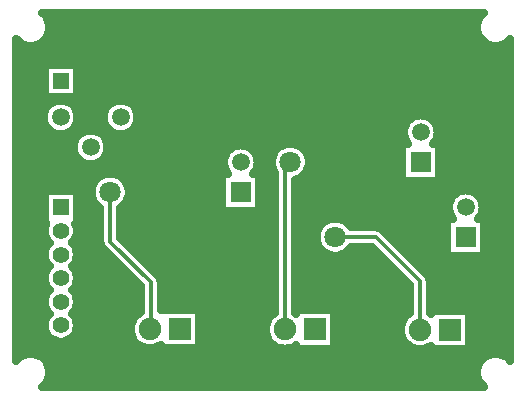
<source format=gbl>
G04 DipTrace 3.2.0.1*
G04 Bottom.gbl*
%MOIN*%
G04 #@! TF.FileFunction,Copper,L2,Bot*
G04 #@! TF.Part,Single*
G04 #@! TA.AperFunction,Conductor*
%ADD14C,0.012992*%
G04 #@! TA.AperFunction,CopperBalancing*
%ADD16C,0.025*%
G04 #@! TA.AperFunction,ComponentPad*
%ADD17R,0.055118X0.055118*%
%ADD18C,0.055118*%
%ADD19R,0.070866X0.070866*%
%ADD20C,0.070866*%
%ADD21R,0.074803X0.074803*%
%ADD22C,0.074803*%
%ADD23C,0.059055*%
%FSLAX26Y26*%
G04*
G70*
G90*
G75*
G01*
G04 Bottom*
%LPD*%
X593701Y571260D2*
D14*
X616142D1*
X643701Y543701D1*
X790530D1*
X1093701D1*
X1241282D1*
X1643701D1*
X1690530Y590530D1*
Y635241D1*
X1241282Y636369D2*
Y543701D1*
X790530Y637121D2*
Y543701D1*
X593701Y1543701D2*
X893701D1*
X1093701Y1343701D1*
Y543701D1*
X758661Y1093701D2*
Y928740D1*
X893701Y793701D1*
Y640291D1*
X890530Y637121D1*
X1358661Y1193701D2*
X1341282D1*
Y636369D1*
X1790530Y635241D2*
Y796871D1*
X1643701Y943701D1*
X1508661D1*
X553517Y1666962D2*
D16*
X1983885D1*
X558038Y1642093D2*
X1979362D1*
X552081Y1617224D2*
X1985319D1*
X448089Y1592356D2*
X456747D1*
X530659D2*
X2006743D1*
X2080676D2*
X2089348D1*
X448089Y1567487D2*
X2089348D1*
X448089Y1542618D2*
X2089348D1*
X448089Y1517749D2*
X537142D1*
X650260D2*
X2089348D1*
X448089Y1492881D2*
X537142D1*
X650260D2*
X2089348D1*
X448089Y1468012D2*
X537142D1*
X650260D2*
X2089348D1*
X448089Y1443143D2*
X537142D1*
X650260D2*
X2089348D1*
X448089Y1418274D2*
X537142D1*
X650260D2*
X2089348D1*
X448089Y1393406D2*
X565346D1*
X622055D2*
X765365D1*
X822038D2*
X2089348D1*
X448089Y1368537D2*
X540980D1*
X646421D2*
X740999D1*
X846403D2*
X2089348D1*
X448089Y1343668D2*
X535168D1*
X652234D2*
X735186D1*
X852217D2*
X1765887D1*
X1821520D2*
X2089348D1*
X448089Y1318799D2*
X541017D1*
X646385D2*
X741035D1*
X846367D2*
X1741127D1*
X1846281D2*
X2089348D1*
X448089Y1293930D2*
X565490D1*
X621912D2*
X666396D1*
X720988D2*
X765472D1*
X821930D2*
X1735171D1*
X1852238D2*
X2089348D1*
X448089Y1269062D2*
X641241D1*
X746143D2*
X1740877D1*
X1846496D2*
X2089348D1*
X448089Y1244193D2*
X635177D1*
X752207D2*
X1166945D1*
X1220461D2*
X1320314D1*
X1397010D2*
X1729286D1*
X1858122D2*
X2089348D1*
X448089Y1219324D2*
X640774D1*
X746646D2*
X1141395D1*
X1246009D2*
X1299787D1*
X1417535D2*
X1729286D1*
X1858122D2*
X2089348D1*
X448089Y1194455D2*
X664495D1*
X722890D2*
X1135188D1*
X1252218D2*
X1294226D1*
X1423098D2*
X1729286D1*
X1858122D2*
X2089348D1*
X448089Y1169587D2*
X1140642D1*
X1246762D2*
X1299142D1*
X1418182D2*
X1729286D1*
X1858122D2*
X2089348D1*
X448089Y1144718D2*
X721047D1*
X796273D2*
X1129266D1*
X1258138D2*
X1305781D1*
X1399055D2*
X1729286D1*
X1858122D2*
X2089348D1*
X448089Y1119849D2*
X700020D1*
X817301D2*
X1129266D1*
X1258138D2*
X1305781D1*
X1376772D2*
X2089348D1*
X448089Y1094980D2*
X537142D1*
X650260D2*
X694243D1*
X823079D2*
X1129266D1*
X1258138D2*
X1305781D1*
X1376772D2*
X1918647D1*
X1968753D2*
X2089348D1*
X448089Y1070112D2*
X537142D1*
X650260D2*
X698907D1*
X818413D2*
X1129266D1*
X1258138D2*
X1305781D1*
X1376772D2*
X1891806D1*
X1995594D2*
X2089348D1*
X448089Y1045243D2*
X537142D1*
X650260D2*
X717602D1*
X799718D2*
X1129266D1*
X1258138D2*
X1305781D1*
X1376772D2*
X1885202D1*
X2002197D2*
X2089348D1*
X448089Y1020374D2*
X537142D1*
X650260D2*
X723165D1*
X794156D2*
X1305781D1*
X1376772D2*
X1890262D1*
X1997138D2*
X2089348D1*
X448089Y995505D2*
X537142D1*
X650260D2*
X723165D1*
X794156D2*
X1305781D1*
X1376772D2*
X1472247D1*
X1545104D2*
X1879282D1*
X2008118D2*
X2089348D1*
X448089Y970636D2*
X537465D1*
X649937D2*
X723165D1*
X794156D2*
X1305781D1*
X1376772D2*
X1450394D1*
X1665244D2*
X1879282D1*
X2008118D2*
X2089348D1*
X448089Y945768D2*
X540657D1*
X646744D2*
X723165D1*
X794156D2*
X1305781D1*
X1376772D2*
X1444257D1*
X1690794D2*
X1879282D1*
X2008118D2*
X2089348D1*
X448089Y920899D2*
X549736D1*
X637665D2*
X724134D1*
X815651D2*
X1305781D1*
X1376772D2*
X1448600D1*
X1715661D2*
X1879282D1*
X2008118D2*
X2089348D1*
X448089Y896030D2*
X538038D1*
X649364D2*
X742219D1*
X840518D2*
X1305781D1*
X1376772D2*
X1466650D1*
X1550702D2*
X1642231D1*
X1740529D2*
X1879282D1*
X2008118D2*
X2089348D1*
X448089Y871161D2*
X539294D1*
X648108D2*
X767087D1*
X865386D2*
X1305781D1*
X1376772D2*
X1667098D1*
X1765398D2*
X2089348D1*
X448089Y846293D2*
X553576D1*
X633825D2*
X791955D1*
X890253D2*
X1305781D1*
X1376772D2*
X1691966D1*
X1790265D2*
X2089348D1*
X448089Y821424D2*
X538971D1*
X648430D2*
X816823D1*
X915122D2*
X1305781D1*
X1376772D2*
X1716833D1*
X1815133D2*
X2089348D1*
X448089Y796555D2*
X538253D1*
X649148D2*
X841690D1*
X929080D2*
X1305781D1*
X1376772D2*
X1741702D1*
X1826005D2*
X2089348D1*
X448089Y771686D2*
X550706D1*
X636696D2*
X858197D1*
X929188D2*
X1305781D1*
X1376772D2*
X1755050D1*
X1826005D2*
X2089348D1*
X448089Y746818D2*
X540264D1*
X647138D2*
X858197D1*
X929188D2*
X1305781D1*
X1376772D2*
X1755050D1*
X1826005D2*
X2089348D1*
X448089Y721949D2*
X537572D1*
X649829D2*
X858197D1*
X929188D2*
X1305781D1*
X1376772D2*
X1755050D1*
X1826005D2*
X2089348D1*
X448089Y697080D2*
X547404D1*
X639997D2*
X858197D1*
X1056936D2*
X1305781D1*
X1507677D2*
X1755050D1*
X1956911D2*
X2089348D1*
X448089Y672211D2*
X541913D1*
X645488D2*
X834621D1*
X1056936D2*
X1285900D1*
X1507677D2*
X1735924D1*
X1956911D2*
X2089348D1*
X448089Y647343D2*
X537213D1*
X650189D2*
X824969D1*
X1056936D2*
X1275853D1*
X1507677D2*
X1725303D1*
X1956911D2*
X2089348D1*
X448089Y622474D2*
X544677D1*
X642724D2*
X825829D1*
X1056936D2*
X1276428D1*
X1507677D2*
X1725411D1*
X1956911D2*
X2089348D1*
X448089Y597605D2*
X577906D1*
X609496D2*
X837815D1*
X1056936D2*
X1287982D1*
X1507677D2*
X1736391D1*
X1956911D2*
X2089348D1*
X448089Y572736D2*
X1333017D1*
X1349571D2*
X1374894D1*
X1507677D2*
X1774787D1*
X1806269D2*
X1824127D1*
X1956911D2*
X2089348D1*
X448089Y547867D2*
X461336D1*
X526029D2*
X2011371D1*
X2076047D2*
X2089348D1*
X550681Y522999D2*
X1986755D1*
X557895Y498130D2*
X1979507D1*
X554558Y473261D2*
X1982844D1*
X538302Y448392D2*
X1999098D1*
X548836Y1519012D2*
X647752D1*
Y1410909D1*
X539650D1*
Y1519012D1*
X548836D1*
X1140962Y1155626D2*
X1152625D1*
X1148379Y1160773D1*
X1143787Y1168269D1*
X1140423Y1176390D1*
X1138371Y1184937D1*
X1137681Y1193701D1*
X1138371Y1202465D1*
X1140423Y1211012D1*
X1143787Y1219133D1*
X1148379Y1226629D1*
X1154089Y1233312D1*
X1160773Y1239022D1*
X1168269Y1243614D1*
X1176390Y1246979D1*
X1184937Y1249030D1*
X1193701Y1249720D1*
X1202465Y1249030D1*
X1211012Y1246979D1*
X1219133Y1243614D1*
X1226629Y1239022D1*
X1233312Y1233312D1*
X1239022Y1226629D1*
X1243614Y1219133D1*
X1246979Y1211012D1*
X1249030Y1202465D1*
X1249720Y1193701D1*
X1249030Y1184937D1*
X1246979Y1176390D1*
X1243614Y1168269D1*
X1239022Y1160773D1*
X1234724Y1155615D1*
X1255626Y1155626D1*
Y1031776D1*
X1131776D1*
Y1155626D1*
X1140962D1*
X820396Y1088843D2*
X818875Y1079244D1*
X815873Y1070003D1*
X811462Y1061345D1*
X805749Y1053483D1*
X798879Y1046613D1*
X791665Y1041333D1*
X791650Y942377D1*
X918785Y815125D1*
X921828Y810937D1*
X924178Y806325D1*
X925778Y801402D1*
X926588Y796289D1*
X926689Y729396D1*
Y701012D1*
X1054424Y701014D1*
Y573227D1*
X926636D1*
Y584387D1*
X919537Y580192D1*
X910274Y576354D1*
X900525Y574013D1*
X890530Y573227D1*
X880535Y574013D1*
X870786Y576354D1*
X861524Y580192D1*
X852974Y585429D1*
X845350Y591941D1*
X838839Y599564D1*
X833601Y608114D1*
X829764Y617377D1*
X827423Y627126D1*
X826636Y637121D1*
X827423Y647115D1*
X829764Y656865D1*
X833601Y666127D1*
X838839Y674677D1*
X845350Y682301D1*
X852974Y688812D1*
X860719Y693600D1*
X860713Y780060D1*
X733577Y907316D1*
X730534Y911504D1*
X728184Y916115D1*
X726584Y921039D1*
X725774Y926152D1*
X725673Y993045D1*
Y1041308D1*
X718444Y1046613D1*
X711573Y1053483D1*
X705861Y1061345D1*
X701450Y1070003D1*
X698448Y1079244D1*
X696927Y1088843D1*
Y1098559D1*
X698448Y1108157D1*
X701450Y1117399D1*
X705861Y1126056D1*
X711573Y1133919D1*
X718444Y1140789D1*
X726306Y1146501D1*
X734963Y1150912D1*
X744205Y1153915D1*
X753803Y1155436D1*
X763520D1*
X773118Y1153915D1*
X782360Y1150912D1*
X791017Y1146501D1*
X798879Y1140789D1*
X805749Y1133919D1*
X811462Y1126056D1*
X815873Y1117399D1*
X818875Y1108157D1*
X820396Y1098559D1*
Y1088843D1*
X1740962Y1255626D2*
X1752625D1*
X1748379Y1260773D1*
X1743787Y1268269D1*
X1740423Y1276390D1*
X1738371Y1284937D1*
X1737681Y1293701D1*
X1738371Y1302465D1*
X1740423Y1311012D1*
X1743787Y1319133D1*
X1748379Y1326629D1*
X1754089Y1333312D1*
X1760773Y1339022D1*
X1768269Y1343614D1*
X1776390Y1346979D1*
X1784937Y1349030D1*
X1793701Y1349720D1*
X1802465Y1349030D1*
X1811012Y1346979D1*
X1819133Y1343614D1*
X1826629Y1339022D1*
X1833312Y1333312D1*
X1839022Y1326629D1*
X1843614Y1319133D1*
X1846979Y1311012D1*
X1849030Y1302465D1*
X1849720Y1293701D1*
X1849030Y1284937D1*
X1846979Y1276390D1*
X1843614Y1268269D1*
X1839022Y1260773D1*
X1834724Y1255615D1*
X1855626Y1255626D1*
Y1131776D1*
X1731776D1*
Y1255626D1*
X1740962D1*
X1420396Y1188843D2*
X1418875Y1179244D1*
X1415873Y1170003D1*
X1411462Y1161345D1*
X1405749Y1153483D1*
X1398879Y1146613D1*
X1391017Y1140900D1*
X1382360Y1136490D1*
X1374269Y1133811D1*
X1374270Y691071D1*
X1377387Y689029D1*
X1377388Y700262D1*
X1505176D1*
Y572475D1*
X1377388D1*
Y583635D1*
X1370289Y579440D1*
X1361026Y575602D1*
X1351277Y573261D1*
X1341282Y572475D1*
X1331287Y573261D1*
X1321538Y575602D1*
X1312276Y579440D1*
X1303726Y584677D1*
X1296102Y591189D1*
X1289591Y598812D1*
X1284353Y607362D1*
X1280516Y616625D1*
X1278175Y626374D1*
X1277388Y636369D1*
X1278175Y646364D1*
X1280516Y656113D1*
X1284353Y665375D1*
X1289591Y673925D1*
X1296102Y681549D1*
X1303726Y688060D1*
X1308291Y691067D1*
X1308294Y1157659D1*
X1303486Y1165588D1*
X1299766Y1174564D1*
X1297499Y1184013D1*
X1296736Y1193701D1*
X1297499Y1203388D1*
X1299766Y1212837D1*
X1303486Y1221814D1*
X1308563Y1230100D1*
X1314874Y1237488D1*
X1322262Y1243799D1*
X1330549Y1248877D1*
X1339525Y1252596D1*
X1348974Y1254864D1*
X1358661Y1255626D1*
X1368349Y1254864D1*
X1377798Y1252596D1*
X1386774Y1248877D1*
X1395060Y1243799D1*
X1402449Y1237488D1*
X1408760Y1230100D1*
X1413837Y1221814D1*
X1417556Y1212837D1*
X1419824Y1203388D1*
X1420587Y1193701D1*
X1420396Y1188843D1*
X1890962Y1005626D2*
X1902625D1*
X1898379Y1010773D1*
X1893787Y1018269D1*
X1890423Y1026390D1*
X1888371Y1034937D1*
X1887681Y1043701D1*
X1888371Y1052465D1*
X1890423Y1061012D1*
X1893787Y1069133D1*
X1898379Y1076629D1*
X1904089Y1083312D1*
X1910773Y1089022D1*
X1918269Y1093614D1*
X1926390Y1096979D1*
X1934937Y1099030D1*
X1943701Y1099720D1*
X1952465Y1099030D1*
X1961012Y1096979D1*
X1969133Y1093614D1*
X1976629Y1089022D1*
X1983312Y1083312D1*
X1989022Y1076629D1*
X1993614Y1069133D1*
X1996979Y1061012D1*
X1999030Y1052465D1*
X1999720Y1043701D1*
X1999030Y1034937D1*
X1996979Y1026390D1*
X1993614Y1018269D1*
X1989022Y1010773D1*
X1984724Y1005615D1*
X2005626Y1005626D1*
Y881776D1*
X1881776D1*
Y1005626D1*
X1890962D1*
X1561029Y910697D2*
X1555749Y903483D1*
X1548879Y896613D1*
X1541017Y890900D1*
X1532360Y886490D1*
X1523118Y883487D1*
X1513520Y881966D1*
X1503803D1*
X1494205Y883487D1*
X1484963Y886490D1*
X1476306Y890900D1*
X1468444Y896613D1*
X1461573Y903483D1*
X1455861Y911345D1*
X1451450Y920003D1*
X1448448Y929244D1*
X1446927Y938843D1*
Y948559D1*
X1448448Y958157D1*
X1451450Y967399D1*
X1455861Y976056D1*
X1461573Y983919D1*
X1468444Y990789D1*
X1476306Y996501D1*
X1484963Y1000912D1*
X1494205Y1003915D1*
X1503803Y1005436D1*
X1513520D1*
X1523118Y1003915D1*
X1532360Y1000912D1*
X1541017Y996501D1*
X1548879Y990789D1*
X1555749Y983919D1*
X1561029Y976705D1*
X1646289Y976588D1*
X1651402Y975778D1*
X1656325Y974178D1*
X1660937Y971828D1*
X1665125Y968785D1*
X1712497Y921556D1*
X1815614Y818295D1*
X1818657Y814108D1*
X1821008Y809496D1*
X1822608Y804572D1*
X1823417Y799459D1*
X1823518Y732567D1*
Y689972D1*
X1826635Y687902D1*
X1826636Y699135D1*
X1954424D1*
Y571348D1*
X1826636D1*
Y582508D1*
X1819537Y578312D1*
X1810274Y574475D1*
X1800525Y572134D1*
X1790530Y571348D1*
X1780535Y572134D1*
X1770786Y574475D1*
X1761524Y578312D1*
X1752974Y583550D1*
X1745350Y590062D1*
X1738839Y597685D1*
X1733601Y606235D1*
X1729764Y615497D1*
X1727423Y625247D1*
X1726636Y635241D1*
X1727423Y645236D1*
X1729764Y654986D1*
X1733601Y664248D1*
X1738839Y672798D1*
X1745350Y680421D1*
X1752974Y686933D1*
X1757539Y689940D1*
X1757542Y783192D1*
X1630058Y910692D1*
X1561059Y910713D1*
X548836Y1097752D2*
X647752D1*
Y989650D1*
X641861Y989500D1*
X645106Y981663D1*
X647087Y973416D1*
X647752Y964961D1*
X647087Y956505D1*
X645106Y948259D1*
X641861Y940421D1*
X637429Y933190D1*
X631921Y926740D1*
X630715Y925626D1*
X634802Y921324D1*
X639787Y914462D1*
X643638Y906906D1*
X646259Y898839D1*
X647585Y890461D1*
Y881980D1*
X646259Y873602D1*
X643638Y865535D1*
X639787Y857979D1*
X634802Y851117D1*
X630715Y846886D1*
X634802Y842584D1*
X639787Y835722D1*
X643638Y828165D1*
X646259Y820098D1*
X647585Y811720D1*
Y803240D1*
X646259Y794862D1*
X643638Y786795D1*
X639787Y779239D1*
X634802Y772377D1*
X630715Y768146D1*
X634802Y763844D1*
X639787Y756982D1*
X643638Y749425D1*
X646259Y741358D1*
X647585Y732980D1*
Y724500D1*
X646259Y716122D1*
X643638Y708055D1*
X639787Y700499D1*
X634802Y693636D1*
X630715Y689406D1*
X634802Y685104D1*
X639787Y678241D1*
X643638Y670685D1*
X646259Y662618D1*
X647585Y654240D1*
Y645760D1*
X646259Y637382D1*
X643638Y629315D1*
X639787Y621759D1*
X634802Y614896D1*
X628804Y608899D1*
X621942Y603913D1*
X614386Y600063D1*
X606319Y597442D1*
X597941Y596115D1*
X589461D1*
X581083Y597442D1*
X573016Y600063D1*
X565459Y603913D1*
X558597Y608899D1*
X552600Y614896D1*
X547614Y621759D1*
X543764Y629315D1*
X541143Y637382D1*
X539816Y645760D1*
Y654240D1*
X541143Y662618D1*
X543764Y670685D1*
X547614Y678241D1*
X552600Y685104D1*
X556686Y689335D1*
X552600Y693636D1*
X547614Y700499D1*
X543764Y708055D1*
X541143Y716122D1*
X539816Y724500D1*
Y732980D1*
X541143Y741358D1*
X543764Y749425D1*
X547614Y756982D1*
X552600Y763844D1*
X556686Y768075D1*
X552600Y772377D1*
X547614Y779239D1*
X543764Y786795D1*
X541143Y794862D1*
X539816Y803240D1*
Y811720D1*
X541143Y820098D1*
X543764Y828165D1*
X547614Y835722D1*
X552600Y842584D1*
X556686Y846815D1*
X552600Y851117D1*
X547614Y857979D1*
X543764Y865535D1*
X541143Y873602D1*
X539816Y881980D1*
Y890461D1*
X541143Y898839D1*
X543764Y906906D1*
X547614Y914462D1*
X552600Y921324D1*
X556686Y925555D1*
X552600Y929857D1*
X547614Y936719D1*
X543764Y944276D1*
X541143Y952343D1*
X539816Y960720D1*
Y969201D1*
X541143Y977579D1*
X543764Y985646D1*
X545630Y989659D1*
X539650Y989650D1*
Y1097752D1*
X548836D1*
X2091819Y1604921D2*
X2087430Y1599971D1*
X2080051Y1593668D1*
X2071777Y1588597D1*
X2062811Y1584883D1*
X2053375Y1582618D1*
X2043701Y1581857D1*
X2034026Y1582618D1*
X2024591Y1584883D1*
X2015625Y1588597D1*
X2007350Y1593668D1*
X1999971Y1599971D1*
X1993668Y1607350D1*
X1988597Y1615625D1*
X1984883Y1624591D1*
X1982618Y1634026D1*
X1981857Y1643701D1*
X1982618Y1653375D1*
X1984883Y1662811D1*
X1988597Y1671777D1*
X1993668Y1680051D1*
X1999971Y1687430D1*
X2004921Y1691819D1*
X532567Y1691831D1*
X537430Y1687430D1*
X543734Y1680051D1*
X548804Y1671777D1*
X552518Y1662811D1*
X554783Y1653375D1*
X555545Y1643701D1*
X554783Y1634026D1*
X552518Y1624591D1*
X548804Y1615625D1*
X543734Y1607350D1*
X537430Y1599971D1*
X530051Y1593668D1*
X521777Y1588597D1*
X512811Y1584883D1*
X503375Y1582618D1*
X493701Y1581857D1*
X484026Y1582618D1*
X474591Y1584883D1*
X465625Y1588597D1*
X457350Y1593668D1*
X449971Y1599971D1*
X445583Y1604921D1*
X445571Y532533D1*
X449971Y537430D1*
X457350Y543734D1*
X465625Y548804D1*
X474591Y552518D1*
X484026Y554783D1*
X493701Y555545D1*
X503375Y554783D1*
X512811Y552518D1*
X521777Y548804D1*
X530051Y543734D1*
X537430Y537430D1*
X543734Y530051D1*
X548804Y521777D1*
X552518Y512811D1*
X554783Y503375D1*
X555545Y493701D1*
X554783Y484026D1*
X552518Y474591D1*
X548804Y465625D1*
X543734Y457350D1*
X537430Y449971D1*
X532480Y445583D1*
X2004835Y445571D1*
X1999971Y449971D1*
X1993668Y457350D1*
X1988597Y465625D1*
X1984883Y474591D1*
X1982618Y484026D1*
X1981857Y493701D1*
X1982618Y503375D1*
X1984883Y512811D1*
X1988597Y521777D1*
X1993668Y530051D1*
X1999971Y537430D1*
X2007350Y543734D1*
X2015625Y548804D1*
X2024591Y552518D1*
X2034026Y554783D1*
X2043701Y555545D1*
X2053375Y554783D1*
X2062811Y552518D1*
X2071777Y548804D1*
X2080051Y543734D1*
X2087430Y537430D1*
X2091819Y532480D1*
X2091831Y1604869D1*
X849547Y1339306D2*
X848173Y1330623D1*
X845457Y1322262D1*
X841466Y1314430D1*
X836298Y1307319D1*
X830083Y1301104D1*
X822971Y1295936D1*
X815139Y1291945D1*
X806778Y1289228D1*
X798096Y1287854D1*
X789306D1*
X780623Y1289228D1*
X772262Y1291945D1*
X764430Y1295936D1*
X757319Y1301104D1*
X751104Y1307319D1*
X745936Y1314430D1*
X741945Y1322262D1*
X739228Y1330623D1*
X737854Y1339306D1*
Y1348096D1*
X739228Y1356778D1*
X741945Y1365139D1*
X745936Y1372971D1*
X751104Y1380083D1*
X757319Y1386298D1*
X764430Y1391466D1*
X772262Y1395457D1*
X780623Y1398173D1*
X789306Y1399547D1*
X798096D1*
X806778Y1398173D1*
X815139Y1395457D1*
X822971Y1391466D1*
X830083Y1386298D1*
X836298Y1380083D1*
X841466Y1372971D1*
X845457Y1365139D1*
X848173Y1356778D1*
X849547Y1348096D1*
Y1339306D1*
X749547Y1239306D2*
X748173Y1230623D1*
X745457Y1222262D1*
X741466Y1214430D1*
X736298Y1207319D1*
X730083Y1201104D1*
X722971Y1195936D1*
X715139Y1191945D1*
X706778Y1189228D1*
X698096Y1187854D1*
X689306D1*
X680623Y1189228D1*
X672262Y1191945D1*
X664430Y1195936D1*
X657319Y1201104D1*
X651104Y1207319D1*
X645936Y1214430D1*
X641945Y1222262D1*
X639228Y1230623D1*
X637854Y1239306D1*
Y1248096D1*
X639228Y1256778D1*
X641945Y1265139D1*
X645936Y1272971D1*
X651104Y1280083D1*
X657319Y1286298D1*
X664430Y1291466D1*
X672262Y1295457D1*
X680623Y1298173D1*
X689306Y1299547D1*
X698096D1*
X706778Y1298173D1*
X715139Y1295457D1*
X722971Y1291466D1*
X730083Y1286298D1*
X736298Y1280083D1*
X741466Y1272971D1*
X745457Y1265139D1*
X748173Y1256778D1*
X749547Y1248096D1*
Y1239306D1*
X649547Y1339306D2*
X648173Y1330623D1*
X645457Y1322262D1*
X641466Y1314430D1*
X636298Y1307319D1*
X630083Y1301104D1*
X622971Y1295936D1*
X615139Y1291945D1*
X606778Y1289228D1*
X598096Y1287854D1*
X589306D1*
X580623Y1289228D1*
X572262Y1291945D1*
X564430Y1295936D1*
X557319Y1301104D1*
X551104Y1307319D1*
X545936Y1314430D1*
X541945Y1322262D1*
X539228Y1330623D1*
X537854Y1339306D1*
Y1348096D1*
X539228Y1356778D1*
X541945Y1365139D1*
X545936Y1372971D1*
X551104Y1380083D1*
X557319Y1386298D1*
X564430Y1391466D1*
X572262Y1395457D1*
X580623Y1398173D1*
X589306Y1399547D1*
X598096D1*
X606778Y1398173D1*
X615139Y1395457D1*
X622971Y1391466D1*
X630083Y1386298D1*
X636298Y1380083D1*
X641466Y1372971D1*
X645457Y1365139D1*
X648173Y1356778D1*
X649547Y1348096D1*
Y1339306D1*
D17*
X593701Y1464961D3*
D18*
Y1543701D3*
D19*
X1193701Y1093701D3*
D20*
X758661D3*
D19*
X1793701Y1193701D3*
D20*
X1358661D3*
D19*
X1943701Y943701D3*
D20*
X1508661D3*
D17*
X593701Y1043701D3*
D18*
Y964961D3*
Y886220D3*
Y807480D3*
Y728740D3*
Y650000D3*
Y571260D3*
D21*
X990530Y637121D3*
D22*
X890530D3*
X790530D3*
D21*
X1441282Y636369D3*
D22*
X1341282D3*
X1241282D3*
D21*
X1890530Y635241D3*
D22*
X1790530D3*
X1690530D3*
D23*
X1943701Y1043701D3*
X1793701Y1293701D3*
X1193701Y1193701D3*
X793701Y1343701D3*
X693701Y1243701D3*
X593701Y1343701D3*
M02*

</source>
